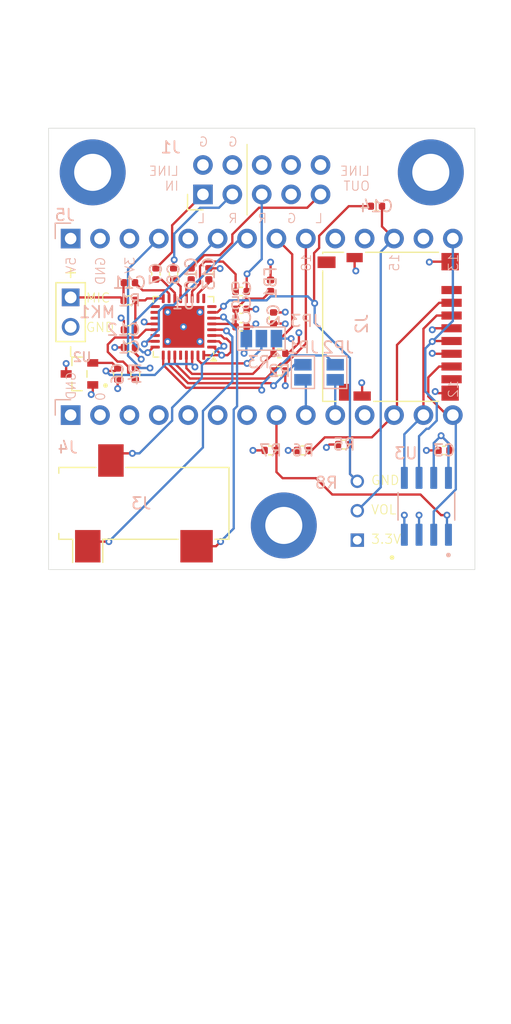
<source format=kicad_pcb>
(kicad_pcb (version 20240108) (generator "pcbnew") (generator_version "8.0")
  (layers (0 "F.Cu" signal) (1 "In1.Cu" signal) (2 "In2.Cu" signal) (31 "B.Cu" signal) (34 "B.Paste" user) (35 "F.Paste" user) (36 "B.SilkS" user "B.Silkscreen") (37 "F.SilkS" user "F.Silkscreen") (38 "B.Mask" user) (39 "F.Mask" user) (44 "Edge.Cuts" user))
  (net 0 "")
  (net 1 "+3.3V")
  (net 2 "GND")
  (net 3 "/VDDD")
  (net 4 "/VDDA")
  (net 5 "/LINEIN_L")
  (net 6 "/LINEIN_R")
  (net 7 "/LINEOUT_R")
  (net 8 "/LINEOUT_L")
  (net 9 "/MIC")
  (net 10 "/MIC_BIAS")
  (net 11 "Net-(U1-VAG)")
  (net 12 "/Pin 15")
  (net 13 "/Pin 10")
  (net 14 "/Pin 13")
  (net 15 "/Pin 12")
  (net 16 "/Pin 11")
  (net 17 "/HP_R")
  (net 18 "/HP_VGND")
  (net 19 "/HP_L")
  (net 20 "/Pin 23")
  (net 21 "/LRCLK")
  (net 22 "/Pin 19")
  (net 23 "/BCLK")
  (net 24 "/Pin 18")
  (net 25 "/Pin 7")
  (net 26 "/Pin 6")
  (net 27 "/Pin 8")
  (net 28 "/TX{slash}Din")
  (net 29 "/RX{slash}Dout")
  (net 30 "/MCLK")
  (net 31 "AGND")
  (net 32 "/ADDR")
  (net 52 "Net-(J1-Pin_1)")
  (net 53 "Net-(J1-Pin_3)")
  (net 54 "Net-(J1-Pin_5)")
  (net 55 "Net-(J1-Pin_9)")
  (net 63 "Net-(C11-Pad2)")
  (footprint "Capacitor_SMD:C_0402_1005Metric" (layer "F.Cu") (at 132.334 71.374 -90)
    (property "Reference" "C6")
    (property "Value" "2.2uF")
  )
  (footprint "MountingHole:MountingHole_3.2mm_M3_ISO7380_Pad" (layer "F.Cu") (at 159.385 53.975)
    (property "Reference" "H2" (hide yes))
    (property "Value" "MountingHole_Pad")
  )
  (footprint "Inductor_SMD:L_0402_1005Metric" (layer "F.Cu") (at 145.542 63.754 -90)
    (property "Reference" "FB1")
    (property "Value" "Ferrite 600")
  )
  (footprint "Connector_Card:microSD_HC_Hirose_DM3D-SF" (layer "F.Cu") (at 155.829 67.31 90)
    (property "Reference" "J2")
    (property "Value" "Micro_SD_Card_Det2")
  )
  (footprint "TOM-3050L-R:MIC_TOM-3050L-R" (layer "F.Cu") (at 128.27 66.04 -90)
    (property "Reference" "MK1")
    (property "Value" "TOM-3050L-R")
  )
  (footprint "3352T-1-253LF:TRIM_3352T-1-253LF" (layer "F.Cu") (at 153.035 85.725 90)
    (property "Reference" "R8")
    (property "Value" "25k")
  )
  (footprint "Capacitor_SMD:C_0402_1005Metric" (layer "F.Cu") (at 138.684 62.738 90)
    (property "Reference" "C10")
    (property "Value" "2.2uF")
  )
  (footprint "AP7313-18SAG-7:SOT95P260X110-3N" (layer "F.Cu") (at 129.032 71.374 180)
    (property "Reference" "U2")
    (property "Value" "~")
  )
  (footprint "Capacitor_SMD:C_0402_1005Metric" (layer "F.Cu") (at 133.35 67.564)
    (property "Reference" "C12")
    (property "Value" "2.2uF")
  )
  (footprint "Resistor_SMD:R_0402_1005Metric" (layer "F.Cu") (at 133.858 71.374 -90)
    (property "Reference" "R4")
    (property "Value" "100")
  )
  (footprint "Capacitor_SMD:C_0402_1005Metric" (layer "F.Cu") (at 135.636 62.738 90)
    (property "Reference" "C7")
    (property "Value" "2.2uF")
  )
  (footprint "MountingHole:MountingHole_3.2mm_M3_ISO7380_Pad" (layer "F.Cu") (at 146.685 84.455)
    (property "Reference" "H3" (hide yes))
    (property "Value" "MountingHole_Pad")
  )
  (footprint "Package_DFN_QFN:QFN-32-1EP_5x5mm_P0.5mm_EP3.6x3.6mm" (layer "F.Cu") (at 138.02 67.31 180)
    (property "Reference" "U1")
    (property "Value" "~")
  )
  (footprint "Connector_Audio:Jack_3.5mm_CUI_SJ-3523-SMT_Horizontal" (layer "F.Cu") (at 133.35 82.55 90)
    (property "Reference" "J3")
    (property "Value" "AudioJack3")
  )
  (footprint "Capacitor_SMD:C_0402_1005Metric" (layer "F.Cu") (at 143.002 67.31)
    (property "Reference" "C4")
    (property "Value" "2.2uF")
  )
  (footprint "MountingHole:MountingHole_3.2mm_M3_ISO7380_Pad" (layer "F.Cu") (at 130.175 53.975)
    (property "Reference" "H1" (hide yes))
    (property "Value" "MountingHole_Pad")
  )
  (footprint "Connector_PinHeader_2.54mm:PinHeader_2x05_P2.54mm_Vertical" (layer "F.Cu") (at 139.7 55.88 90)
    (property "Reference" "J1")
    (property "Value" "Conn_02x05_Odd_Even")
  )
  (footprint "Resistor_SMD:R_0402_1005Metric" (layer "F.Cu") (at 133.35 65.024 180)
    (property "Reference" "R1")
    (property "Value" "2.2k")
  )
  (footprint "Capacitor_SMD:C_0402_1005Metric" (layer "F.Cu") (at 133.35 63.5 180)
    (property "Reference" "C11")
    (property "Value" "0.1uF")
  )
  (footprint "Capacitor_SMD:C_0402_1005Metric" (layer "F.Cu") (at 140.208 62.738 -90)
    (property "Reference" "C13")
    (property "Value" "0.15uF")
  )
  (footprint "Resistor_SMD:R_0402_1005Metric" (layer "F.Cu") (at 146.304 71.12)
    (property "Reference" "R2")
    (property "Value" "2.2k")
  )
  (footprint "Resistor_SMD:R_0402_1005Metric" (layer "F.Cu") (at 151.892 77.47 180)
    (property "Reference" "R5")
    (property "Value" "0")
  )
  (footprint "Resistor_SMD:R_0402_1005Metric" (layer "F.Cu") (at 148.336 77.978)
    (property "Reference" "R6")
    (property "Value" "10k")
  )
  (footprint "Resistor_SMD:R_0402_1005Metric" (layer "F.Cu") (at 146.304 69.596)
    (property "Reference" "R3")
    (property "Value" "2.2k")
  )
  (footprint "Capacitor_SMD:C_0402_1005Metric" (layer "F.Cu") (at 143.002 64.262)
    (property "Reference" "C9")
    (property "Value" "2.2uF")
  )
  (footprint "Capacitor_SMD:C_0402_1005Metric" (layer "F.Cu") (at 133.35 69.088)
    (property "Reference" "C1")
    (property "Value" "2.2uF")
  )
  (footprint "Capacitor_SMD:C_0402_1005Metric" (layer "F.Cu") (at 160.528 77.978 180)
    (property "Reference" "C3")
    (property "Value" "0.1uF")
  )
  (footprint "Capacitor_SMD:C_0402_1005Metric" (layer "F.Cu") (at 154.686 56.896)
    (property "Reference" "C14")
    (property "Value" "0.1uF")
  )
  (footprint "Capacitor_SMD:C_0402_1005Metric" (layer "F.Cu") (at 145.796 66.548 -90)
    (property "Reference" "C2")
    (property "Value" "0.1uF")
  )
  (footprint "Capacitor_SMD:C_0402_1005Metric" (layer "F.Cu") (at 143.002 65.786)
    (property "Reference" "C5")
    (property "Value" "0.1uF")
  )
  (footprint "Resistor_SMD:R_0402_1005Metric" (layer "F.Cu") (at 145.542 77.978)
    (property "Reference" "R7")
    (property "Value" "10k")
  )
  (footprint "Capacitor_SMD:C_0402_1005Metric" (layer "F.Cu") (at 137.16 62.738 90)
    (property "Reference" "C8")
    (property "Value" "2.2uF")
  )
  (footprint "Jumper:SolderJumper-2_P1.3mm_Open_Pad1.0x1.5mm" (layer "B.Cu") (at 148.336 71.232 90)
    (property "Reference" "JP1")
    (property "Value" "SolderJumper_2_Open")
  )
  (footprint "Jumper:SolderJumper-2_P1.3mm_Open_Pad1.0x1.5mm" (layer "B.Cu") (at 151.13 71.232 90)
    (property "Reference" "JP2")
    (property "Value" "SolderJumper_2_Open")
  )
  (footprint "Connector_PinHeader_2.54mm:PinHeader_1x14_P2.54mm_Vertical" (layer "B.Cu") (at 128.27 74.93 -90)
    (property "Reference" "J4")
    (property "Value" "Conn_01x14_Pin")
  )
  (footprint "Connector_PinHeader_2.54mm:PinHeader_1x14_P2.54mm_Vertical" (layer "B.Cu") (at 128.27 59.69 -90)
    (property "Reference" "J5")
    (property "Value" "Conn_01x14_Pin")
  )
  (footprint "Jumper:SolderJumper-3_P1.3mm_Open_Pad1.0x1.5mm" (layer "B.Cu") (at 144.75 68.326 180)
    (property "Reference" "JP3")
    (property "Value" "SolderJumper_3_Open")
  )
  (footprint "23LC1024T-I_SN:SOIC127P600X175-8N" (layer "B.Cu") (at 159.004 82.804 90)
    (property "Reference" "U3")
    (property "Value" "~")
  )
  (gr_line (start 143.51 51.562) (end 143.51 57.658) (stroke (width 0.1)) (layer "F.SilkS"))
  (gr_rect (start 126.365 50.165) (end 163.195 88.265) (stroke (width 0.05)) (fill none) (layer "Edge.Cuts"))
  (gr_text "LINE\nOUT" (at 154.178 55.626 0) (layer "B.SilkS") (effects (font (size 0.8001 0.8001) (thickness 0.08001)) (justify left bottom mirror)))
  (gr_text "13" (at 161.798 60.96 90) (layer "B.SilkS") (effects (font (size 0.8001 0.8001) (thickness 0.08001)) (justify left bottom mirror)))
  (gr_text "L" (at 150.114 58.42 0) (layer "B.SilkS") (effects (font (size 0.8001 0.8001) (thickness 0.08001)) (justify left bottom mirror)))
  (gr_text "12" (at 161.798 71.882 90) (layer "B.SilkS") (effects (font (size 0.8001 0.8001) (thickness 0.08001)) (justify left bottom mirror)))
  (gr_text "R" (at 145.288 58.42 0) (layer "B.SilkS") (effects (font (size 0.8001 0.8001) (thickness 0.08001)) (justify left bottom mirror)))
  (gr_text "R" (at 142.748 58.42 0) (layer "B.SilkS") (effects (font (size 0.8001 0.8001) (thickness 0.08001)) (justify left bottom mirror)))
  (gr_text "L" (at 139.954 58.42 0) (layer "B.SilkS") (effects (font (size 0.8001 0.8001) (thickness 0.08001)) (justify left bottom mirror)))
  (gr_text "GND" (at 131.318 61.214 90) (layer "B.SilkS") (effects (font (size 0.8001 0.8001) (thickness 0.08001)) (justify left bottom mirror)))
  (gr_text "18" (at 149.098 60.96 90) (layer "B.SilkS") (effects (font (size 0.8001 0.8001) (thickness 0.08001)) (justify left bottom mirror)))
  (gr_text "3V" (at 133.858 61.214 90) (layer "B.SilkS") (effects (font (size 0.8001 0.8001) (thickness 0.08001)) (justify left bottom mirror)))
  (gr_text "G" (at 147.828 58.42 0) (layer "B.SilkS") (effects (font (size 0.8001 0.8001) (thickness 0.08001)) (justify left bottom mirror)))
  (gr_text "5V" (at 128.778 61.214 90) (layer "B.SilkS") (effects (font (size 0.8001 0.8001) (thickness 0.08001)) (justify left bottom mirror)))
  (gr_text "15" (at 156.718 60.96 90) (layer "B.SilkS") (effects (font (size 0.8001 0.8001) (thickness 0.08001)) (justify left bottom mirror)))
  (gr_text "LINE\nIN" (at 137.668 55.626 0) (layer "B.SilkS") (effects (font (size 0.8001 0.8001) (thickness 0.08001)) (justify left bottom mirror)))
  (gr_text "G" (at 142.748 51.816 0) (layer "B.SilkS") (effects (font (size 0.8001 0.8001) (thickness 0.08001)) (justify left bottom mirror)))
  (gr_text "GND" (at 128.778 71.12 90) (layer "B.SilkS") (effects (font (size 0.8001 0.8001) (thickness 0.08001)) (justify left bottom mirror)))
  (gr_text "G" (at 140.208 51.816 0) (layer "B.SilkS") (effects (font (size 0.8001 0.8001) (thickness 0.08001)) (justify left bottom mirror)))
  (gr_text "0" (at 131.318 72.898 90) (layer "B.SilkS") (effects (font (size 0.8001 0.8001) (thickness 0.08001)) (justify left bottom mirror)))
  (gr_text "VOL" (at 154.178 83.566 0) (layer "F.SilkS") (effects (font (size 0.8001 0.8001) (thickness 0.08001)) (justify left bottom)))
  (gr_text "3.3V" (at 154.178 86.106 0) (layer "F.SilkS") (effects (font (size 0.8001 0.8001) (thickness 0.08001)) (justify left bottom)))
  (gr_text "GND" (at 154.178 81.026 0) (layer "F.SilkS") (effects (font (size 0.8001 0.8001) (thickness 0.08001)) (justify left bottom)))
  (gr_text "MIC" (at 129.54 65.278 0) (layer "F.SilkS") (effects (font (size 0.8001 0.8001) (thickness 0.08001)) (justify left bottom)))
  (gr_text "GND" (at 129.54 67.818 0) (layer "F.SilkS") (effects (font (size 0.8001 0.8001) (thickness 0.08001)) (justify left bottom)))
  (segment (start 161.008 77.978) (end 161.008 77.442) (width 0.2) (layer "F.Cu") (net 1))
  (segment (start 134.62 66.888527) (end 134.791473 67.06) (width 0.2) (layer "F.Cu") (net 1))
  (segment (start 146.784 66.068) (end 146.812 66.04) (width 0.2) (layer "F.Cu") (net 1))
  (segment (start 147.083999 69.596) (end 147.99 68.689999) (width 0.2) (layer "F.Cu") (net 1))
  (segment (start 132.08 69.088) (end 132.87 69.088) (width 0.2) (layer "F.Cu") (net 1))
  (segment (start 161.008 77.442) (end 160.274 76.708) (width 0.2) (layer "F.Cu") (net 1))
  (segment (start 160.246 76.736) (end 160.274 76.708) (width 0.2) (layer "F.Cu") (net 1))
  (segment (start 130.182 73.018) (end 130.048 73.152) (width 0.2) (layer "F.Cu") (net 1))
  (segment (start 145.032 77.978) (end 144.018 77.978) (width 0.2) (layer "F.Cu") (net 1))
  (segment (start 146.814 72.388) (end 146.814 71.12) (width 0.2) (layer "F.Cu") (net 1))
  (segment (start 134.791473 67.06) (end 135.57 67.06) (width 0.2) (layer "F.Cu") (net 1))
  (segment (start 146.814 69.596) (end 147.083999 69.596) (width 0.2) (layer "F.Cu") (net 1))
  (segment (start 146.812 72.39) (end 146.814 72.388) (width 0.2) (layer "F.Cu") (net 1))
  (segment (start 145.796 66.068) (end 146.784 66.068) (width 0.2) (layer "F.Cu") (net 1))
  (segment (start 147.99 68.689999) (end 147.99 67.818) (width 0.2) (layer "F.Cu") (net 1))
  (segment (start 147.826 77.978) (end 147.066 77.978) (width 0.2) (layer "F.Cu") (net 1))
  (segment (start 145.542 63.269) (end 145.542 61.722) (width 0.2) (layer "F.Cu") (net 1))
  (segment (start 159.641 67.435) (end 159.512 67.564) (width 0.2) (layer "F.Cu") (net 1))
  (segment (start 130.182 72.324) (end 130.182 73.018) (width 0.2) (layer "F.Cu") (net 1))
  (segment (start 161.179 67.435) (end 159.641 67.435) (width 0.2) (layer "F.Cu") (net 1))
  (via (at 132.08 69.088) (size 0.6) (drill 0.3) (layers "F.Cu" "B.Cu") (net 1))
  (via (at 147.066 77.978) (size 0.6) (drill 0.3) (layers "F.Cu" "B.Cu") (net 1))
  (via (at 143.256 69.596) (size 0.6) (drill 0.3) (layers "F.Cu" "B.Cu") (net 1))
  (via (at 144.018 77.978) (size 0.6) (drill 0.3) (layers "F.Cu" "B.Cu") (net 1))
  (via (at 145.542 61.722) (size 0.6) (drill 0.3) (layers "F.Cu" "B.Cu") (net 1))
  (via (at 160.274 76.708) (size 0.6) (drill 0.3) (layers "F.Cu" "B.Cu") (net 1))
  (via (at 130.048 73.152) (size 0.6) (drill 0.3) (layers "F.Cu" "B.Cu") (net 1))
  (via (at 159.512 67.564) (size 0.6) (drill 0.3) (layers "F.Cu" "B.Cu") (net 1))
  (via (at 146.812 66.04) (size 0.6) (drill 0.3) (layers "F.Cu" "B.Cu") (net 1))
  (via (at 146.812 72.39) (size 0.6) (drill 0.3) (layers "F.Cu" "B.Cu") (net 1))
  (via (at 158.369 83.566) (size 0.6) (drill 0.3) (layers "F.Cu" "B.Cu") (net 1))
  (via (at 147.99 67.818) (size 0.6) (drill 0.3) (layers "F.Cu" "B.Cu") (net 1))
  (via (at 134.62 66.888527) (size 0.6) (drill 0.3) (layers "F.Cu" "B.Cu") (net 1))
  (segment (start 143.45 69.402) (end 143.256 69.596) (width 0.2) (layer "B.Cu") (net 1))
  (segment (start 143.45 68.326) (end 143.45 69.402) (width 0.2) (layer "B.Cu") (net 1))
  (segment (start 159.639 80.349) (end 159.639 77.343) (width 0.2) (layer "B.Cu") (net 1))
  (segment (start 159.639 77.343) (end 160.274 76.708) (width 0.2) (layer "B.Cu") (net 1))
  (segment (start 160.909 77.343) (end 160.274 76.708) (width 0.2) (layer "B.Cu") (net 1))
  (segment (start 160.909 80.349) (end 160.909 77.343) (width 0.2) (layer "B.Cu") (net 1))
  (segment (start 158.369 83.566) (end 158.369 85.259) (width 0.2) (layer "B.Cu") (net 1))
  (segment (start 153.454 73.285) (end 153.454 72.174) (width 0.2) (layer "F.Cu") (net 2))
  (segment (start 159.551 69.635) (end 159.512 69.596) (width 0.2) (layer "F.Cu") (net 2))
  (segment (start 141.284206 68.06) (end 141.550206 68.326) (width 0.2) (layer "F.Cu") (net 2))
  (segment (start 140.614 69.06) (end 140.47 69.06) (width 0.2) (layer "F.Cu") (net 2))
  (segment (start 143.482 67.31) (end 144.018 67.31) (width 0.2) (layer "F.Cu") (net 2))
  (segment (start 145.796 67.028) (end 146.784 67.028) (width 0.2) (layer "F.Cu") (net 2))
  (segment (start 140.208 62.258) (end 141.160735 62.258) (width 0.2) (layer "F.Cu") (net 2))
  (segment (start 141.314 69.76) (end 139.77 69.76) (width 0.2) (layer "F.Cu") (net 2))
  (segment (start 161.054 61.685) (end 159.295 61.685) (width 0.2) (layer "F.Cu") (net 2))
  (segment (start 133.83 69.088) (end 133.83 69.568) (width 0.2) (layer "F.Cu") (net 2))
  (segment (start 160.048 77.978) (end 159.004 77.978) (width 0.2) (layer "F.Cu") (net 2))
  (segment (start 140.47 68.06) (end 141.284206 68.06) (width 0.2) (layer "F.Cu") (net 2))
  (segment (start 141.160735 62.258) (end 141.180735 62.278) (width 0.2) (layer "F.Cu") (net 2))
  (segment (start 159.903 73.035) (end 159.766 72.898) (width 0.2) (layer "F.Cu") (net 2))
  (segment (start 152.804 62.38) (end 152.908 62.484) (width 0.2) (layer "F.Cu") (net 2))
  (segment (start 152.804 61.335) (end 152.804 62.38) (width 0.2) (layer "F.Cu") (net 2))
  (segment (start 142.111222 68.705222) (end 142.111222 69.470778) (width 0.2) (layer "F.Cu") (net 2))
  (segment (start 143.482 65.786) (end 144.272 65.786) (width 0.2) (layer "F.Cu") (net 2))
  (segment (start 132.87 67.31) (end 132.87 66.788) (width 0.2) (layer "F.Cu") (net 2))
  (segment (start 151.382 77.47) (end 150.622 77.47) (width 0.2) (layer "F.Cu") (net 2))
  (segment (start 132.87 66.788) (end 132.63 66.548) (width 0.2) (layer "F.Cu") (net 2))
  (segment (start 141.822 69.76) (end 141.314 69.76) (width 0.2) (layer "F.Cu") (net 2))
  (segment (start 150.622 77.47) (end 150.368 77.724) (width 0.2) (layer "F.Cu") (net 2))
  (segment (start 132.334 71.854) (end 132.334 72.644) (width 0.2) (layer "F.Cu") (net 2))
  (segment (start 133.83 69.568) (end 134.366 70.104) (width 0.2) (layer "F.Cu") (net 2))
  (segment (start 142.111222 69.470778) (end 141.822 69.76) (width 0.2) (layer "F.Cu") (net 2))
  (segment (start 133.858 69.596) (end 134.366 70.104) (width 0.2) (layer "F.Cu") (net 2))
  (segment (start 161.054 73.035) (end 159.903 73.035) (width 0.2) (layer "F.Cu") (net 2))
  (segment (start 144.018 67.31) (end 144.272 67.056) (width 0.2) (layer "F.Cu") (net 2))
  (segment (start 161.179 69.635) (end 159.551 69.635) (width 0.2) (layer "F.Cu") (net 2))
  (segment (start 159.295 61.685) (end 159.258 61.722) (width 0.2) (layer "F.Cu") (net 2))
  (segment (start 146.784 67.028) (end 146.812 67.056) (width 0.2) (layer "F.Cu") (net 2))
  (segment (start 127.762 70.358) (end 127.882 70.478) (width 0.2) (layer "F.Cu") (net 2))
  (segment (start 141.732 68.326) (end 142.111222 68.705222) (width 0.2) (layer "F.Cu") (net 2))
  (segment (start 127.882 71.374) (end 127.882 70.478) (width 0.2) (layer "F.Cu") (net 2))
  (segment (start 153.454 72.174) (end 153.416 72.136) (width 0.2) (layer "F.Cu") (net 2))
  (segment (start 141.550206 68.326) (end 141.732 68.326) (width 0.2) (layer "F.Cu") (net 2))
  (segment (start 141.314 69.76) (end 140.614 69.06) (width 0.2) (layer "F.Cu") (net 2))
  (via (at 159.766 72.898) (size 0.6) (drill 0.3) (layers "F.Cu" "B.Cu") (net 2))
  (via (at 159.512 69.596) (size 0.6) (drill 0.3) (layers "F.Cu" "B.Cu") (net 2))
  (via (at 144.272 67.056) (size 0.6) (drill 0.3) (layers "F.Cu" "B.Cu") (net 2))
  (via (at 141.180735 62.278) (size 0.6) (drill 0.3) (layers "F.Cu" "B.Cu") (net 2))
  (via (at 132.334 72.644) (size 0.6) (drill 0.3) (layers "F.Cu" "B.Cu") (net 2))
  (via (at 136.652 68.58) (size 0.6) (drill 0.3) (layers "F.Cu" "B.Cu") (net 2))
  (via (at 134.366 70.104) (size 0.6) (drill 0.3) (layers "F.Cu" "B.Cu") (net 2))
  (via (at 139.446 66.04) (size 0.6) (drill 0.3) (layers "F.Cu" "B.Cu") (net 2))
  (via (at 150.368 77.724) (size 0.6) (drill 0.3) (layers "F.Cu" "B.Cu") (net 2))
  (via (at 159.258 61.722) (size 0.6) (drill 0.3) (layers "F.Cu" "B.Cu") (net 2))
  (via (at 127.882 70.478) (size 0.6) (drill 0.3) (layers "F.Cu" "B.Cu") (net 2))
  (via (at 132.63 66.548) (size 0.6) (drill 0.3) (layers "F.Cu" "B.Cu") (net 2))
  (via (at 141.314 69.76) (size 0.6) (drill 0.3) (layers "F.Cu" "B.Cu") (net 2))
  (via (at 144.272 65.786) (size 0.6) (drill 0.3) (layers "F.Cu" "B.Cu") (net 2))
  (via (at 146.812 67.056) (size 0.6) (drill 0.3) (layers "F.Cu" "B.Cu") (net 2))
  (via (at 152.908 62.484) (size 0.6) (drill 0.3) (layers "F.Cu" "B.Cu") (net 2))
  (via (at 139.446 68.58) (size 0.6) (drill 0.3) (layers "F.Cu" "B.Cu") (net 2))
  (via (at 159.004 77.978) (size 0.6) (drill 0.3) (layers "F.Cu" "B.Cu") (net 2))
  (via (at 147.32 68.326) (size 0.6) (drill 0.3) (layers "F.Cu" "B.Cu") (net 2))
  (via (at 136.652 66.04) (size 0.6) (drill 0.3) (layers "F.Cu" "B.Cu") (net 2))
  (via (at 138.02 67.31) (size 0.6) (drill 0.3) (layers "F.Cu" "B.Cu") (net 2))
  (via (at 157.099 83.566) (size 0.6) (drill 0.3) (layers "F.Cu" "B.Cu") (net 2))
  (via (at 153.416 72.136) (size 0.6) (drill 0.3) (layers "F.Cu" "B.Cu") (net 2))
  (segment (start 157.099 83.566) (end 157.099 85.259) (width 0.2) (layer "B.Cu") (net 2))
  (segment (start 146.05 68.326) (end 147.32 68.326) (width 0.2) (layer "B.Cu") (net 2))
  (segment (start 130.182 70.424) (end 131.864 70.424) (width 0.2) (layer "F.Cu") (net 3))
  (segment (start 131.864 70.424) (end 132.334 70.894) (width 0.2) (layer "F.Cu") (net 3))
  (segment (start 138.77 70.533892) (end 139.010108 70.774) (width 0.2) (layer "F.Cu") (net 3))
  (segment (start 138.77 69.76) (end 138.77 70.533892) (width 0.2) (layer "F.Cu") (net 3))
  (segment (start 131.318 71.12) (end 132.108 71.12) (width 0.2) (layer "F.Cu") (net 3))
  (segment (start 132.108 71.12) (end 132.334 70.894) (width 0.2) (layer "F.Cu") (net 3))
  (via (at 139.010108 70.774) (size 0.6) (drill 0.3) (layers "F.Cu" "B.Cu") (net 3))
  (via (at 131.318 71.12) (size 0.6) (drill 0.3) (layers "F.Cu" "B.Cu") (net 3))
  (segment (start 138.756108 70.52) (end 139.010108 70.774) (width 0.2) (layer "B.Cu") (net 3))
  (segment (start 136.49 70.52) (end 138.756108 70.52) (width 0.2) (layer "B.Cu") (net 3))
  (segment (start 131.664 71.466) (end 135.544 71.466) (width 0.2) (layer "B.Cu") (net 3))
  (segment (start 131.318 71.12) (end 131.664 71.466) (width 0.2) (layer "B.Cu") (net 3))
  (segment (start 135.544 71.466) (end 136.49 70.52) (width 0.2) (layer "B.Cu") (net 3))
  (segment (start 144.909 64.872) (end 145.542 64.239) (width 0.2) (layer "F.Cu") (net 4))
  (segment (start 142.545866 65.786) (end 143.459866 64.872) (width 0.2) (layer "F.Cu") (net 4))
  (segment (start 143.459866 64.872) (end 144.909 64.872) (width 0.2) (layer "F.Cu") (net 4))
  (segment (start 142.522 67.31) (end 142.522 65.786) (width 0.2) (layer "F.Cu") (net 4))
  (segment (start 142.522 65.786) (end 142.545866 65.786) (width 0.2) (layer "F.Cu") (net 4))
  (segment (start 140.47 67.06) (end 142.272 67.06) (width 0.2) (layer "F.Cu") (net 4))
  (segment (start 142.272 67.06) (end 142.522 67.31) (width 0.2) (layer "F.Cu") (net 4))
  (segment (start 137.27 64.86) (end 137.27 64.379928) (width 0.2) (layer "F.Cu") (net 5))
  (segment (start 137.27 64.379928) (end 136.108072 63.218) (width 0.2) (layer "F.Cu") (net 5))
  (segment (start 136.108072 63.218) (end 135.636 63.218) (width 0.2) (layer "F.Cu") (net 5))
  (segment (start 137.77 64.86) (end 137.77 63.828) (width 0.2) (layer "F.Cu") (net 6))
  (segment (start 137.77 63.828) (end 137.16 63.218) (width 0.2) (layer "F.Cu") (net 6))
  (segment (start 138.77 64.86) (end 138.77 64.245614) (width 0.2) (layer "F.Cu") (net 7))
  (segment (start 139.446 62.083866) (end 139.851866 61.678) (width 0.2) (layer "F.Cu") (net 7))
  (segment (start 138.77 64.245614) (end 139.446 63.569614) (width 0.2) (layer "F.Cu") (net 7))
  (segment (start 139.851866 61.678) (end 141.434 61.678) (width 0.2) (layer "F.Cu") (net 7))
  (segment (start 139.446 63.569614) (end 139.446 62.083866) (width 0.2) (layer "F.Cu") (net 7))
  (segment (start 142.522 62.766) (end 142.522 64.262) (width 0.2) (layer "F.Cu") (net 7))
  (segment (start 141.434 61.678) (end 142.522 62.766) (width 0.2) (layer "F.Cu") (net 7))
  (segment (start 138.27 63.632) (end 138.684 63.218) (width 0.2) (layer "F.Cu") (net 8))
  (segment (start 138.27 64.86) (end 138.27 63.632) (width 0.2) (layer "F.Cu") (net 8))
  (segment (start 134.49 64.16) (end 136.484386 64.16) (width 0.2) (layer "F.Cu") (net 9))
  (segment (start 133.83 63.5) (end 134.49 64.16) (width 0.2) (layer "F.Cu") (net 9))
  (segment (start 136.77 64.86) (end 136.77 64.445614) (width 0.2) (layer "F.Cu") (net 9))
  (segment (start 136.77 64.445614) (end 136.484386 64.16) (width 0.2) (layer "F.Cu") (net 9))
  (segment (start 133.83 67.31) (end 133.86 67.28) (width 0.2) (layer "F.Cu") (net 10))
  (segment (start 136.27 64.86) (end 134.874 64.86) (width 0.2) (layer "F.Cu") (net 10))
  (segment (start 133.86 67.28) (end 133.86 65.024) (width 0.2) (layer "F.Cu") (net 10))
  (segment (start 134.71 65.024) (end 133.86 65.024) (width 0.2) (layer "F.Cu") (net 10))
  (segment (start 134.874 64.86) (end 134.71 65.024) (width 0.2) (layer "F.Cu") (net 10))
  (segment (start 140.208 63.507614) (end 140.208 63.218) (width 0.2) (layer "F.Cu") (net 11))
  (segment (start 139.27 64.86) (end 139.27 64.445614) (width 0.2) (layer "F.Cu") (net 11))
  (segment (start 139.27 64.445614) (end 140.208 63.507614) (width 0.2) (layer "F.Cu") (net 11))
  (segment (start 155.166 56.896) (end 155.166 58.646) (width 0.2) (layer "F.Cu") (net 12))
  (segment (start 155.166 58.646) (end 156.21 59.69) (width 0.2) (layer "F.Cu") (net 12))
  (segment (start 155.06 81.16) (end 155.06 60.84) (width 0.2) (layer "B.Cu") (net 12))
  (segment (start 153.035 83.185) (end 155.06 81.16) (width 0.2) (layer "B.Cu") (net 12))
  (segment (start 155.06 60.84) (end 156.21 59.69) (width 0.2) (layer "B.Cu") (net 12))
  (segment (start 156.464 68.875) (end 156.464 74.676) (width 0.2) (layer "F.Cu") (net 13))
  (segment (start 156.464 74.676) (end 156.21 74.93) (width 0.2) (layer "F.Cu") (net 13))
  (segment (start 156.21 74.93) (end 154.29 76.85) (width 0.2) (layer "F.Cu") (net 13))
  (segment (start 160.104 65.235) (end 156.464 68.875) (width 0.2) (layer "F.Cu") (net 13))
  (segment (start 154.29 76.85) (end 150.226 76.85) (width 0.2) (layer "F.Cu") (net 13))
  (segment (start 150.226 76.85) (end 150.114 76.962) (width 0.2) (layer "F.Cu") (net 13))
  (segment (start 161.179 65.235) (end 160.104 65.235) (width 0.2) (layer "F.Cu") (net 13))
  (segment (start 150.114 76.964) (end 148.846 78.232) (width 0.2) (layer "F.Cu") (net 13))
  (segment (start 150.114 76.962) (end 150.114 76.964) (width 0.2) (layer "F.Cu") (net 13))
  (segment (start 159.557 68.535) (end 159.512 68.58) (width 0.2) (layer "F.Cu") (net 14))
  (segment (start 161.179 68.535) (end 159.557 68.535) (width 0.2) (layer "F.Cu") (net 14))
  (via (at 159.512 68.58) (size 0.6) (drill 0.3) (layers "F.Cu" "B.Cu") (net 14))
  (segment (start 159.9 75.406346) (end 159.198346 76.108) (width 0.2) (layer "B.Cu") (net 14))
  (segment (start 159.198346 76.108) (end 159.009471 76.108) (width 0.2) (layer "B.Cu") (net 14))
  (segment (start 158.912 72.892529) (end 159.9 73.880529) (width 0.2) (layer "B.Cu") (net 14))
  (segment (start 159.512 68.58) (end 158.912 69.18) (width 0.2) (layer "B.Cu") (net 14))
  (segment (start 159.009471 76.108) (end 158.369 76.748471) (width 0.2) (layer "B.Cu") (net 14))
  (segment (start 158.369 76.748471) (end 158.369 80.349) (width 0.2) (layer "B.Cu") (net 14))
  (segment (start 159.9 73.880529) (end 159.9 75.406346) (width 0.2) (layer "B.Cu") (net 14))
  (segment (start 158.912 69.18) (end 158.912 72.892529) (width 0.2) (layer "B.Cu") (net 14))
  (segment (start 159.512 68.58) (end 161.29 66.802) (width 0.2) (layer "B.Cu") (net 14))
  (segment (start 161.29 66.802) (end 161.29 59.69) (width 0.2) (layer "B.Cu") (net 14))
  (segment (start 160.104 70.735) (end 159.166 71.673) (width 0.2) (layer "F.Cu") (net 15))
  (segment (start 161.179 70.735) (end 160.104 70.735) (width 0.2) (layer "F.Cu") (net 15))
  (segment (start 159.166 71.673) (end 159.166 73.314) (width 0.2) (layer "F.Cu") (net 15))
  (segment (start 159.166 73.314) (end 160.782 74.93) (width 0.2) (layer "F.Cu") (net 15))
  (segment (start 160.782 74.93) (end 161.29 74.93) (width 0.2) (layer "F.Cu") (net 15))
  (segment (start 161.544 81.34641) (end 161.544 75.184) (width 0.2) (layer "B.Cu") (net 15))
  (segment (start 161.544 75.184) (end 161.29 74.93) (width 0.2) (layer "B.Cu") (net 15))
  (segment (start 159.639 85.259) (end 159.639 83.25141) (width 0.2) (layer "B.Cu") (net 15))
  (segment (start 159.639 83.25141) (end 161.544 81.34641) (width 0.2) (layer "B.Cu") (net 15))
  (segment (start 159.892471 66.335) (end 158.75 67.477471) (width 0.2) (layer "F.Cu") (net 16))
  (segment (start 158.75 67.477471) (end 158.75 74.93) (width 0.2) (layer "F.Cu") (net 16))
  (segment (start 161.179 66.335) (end 159.892471 66.335) (width 0.2) (layer "F.Cu") (net 16))
  (segment (start 157.099 76.581) (end 158.75 74.93) (width 0.2) (layer "B.Cu") (net 16))
  (segment (start 157.099 80.349) (end 157.099 78.105) (width 0.2) (layer "B.Cu") (net 16))
  (segment (start 157.099 78.105) (end 157.099 76.581) (width 0.2) (layer "B.Cu") (net 16))
  (segment (start 132.368 78.232) (end 131.75 78.85) (width 0.2) (layer "F.Cu") (net 17))
  (segment (start 141.511222 68.984688) (end 141.086534 68.56) (width 0.2) (layer "F.Cu") (net 17))
  (segment (start 141.086534 68.56) (end 140.47 68.56) (width 0.2) (layer "F.Cu") (net 17))
  (segment (start 133.604 78.232) (end 132.368 78.232) (width 0.2) (layer "F.Cu") (net 17))
  (via (at 141.511222 68.984688) (size 0.6) (drill 0.3) (layers "F.Cu" "B.Cu") (net 17))
  (via (at 133.604 78.232) (size 0.6) (drill 0.3) (layers "F.Cu" "B.Cu") (net 17))
  (segment (start 137.04 74.288) (end 137.04 75.406346) (width 0.2) (layer "B.Cu") (net 17))
  (segment (start 139.610108 70.615363) (end 139.610108 71.717892) (width 0.2) (layer "B.Cu") (net 17))
  (segment (start 141.33591 69.16) (end 141.065471 69.16) (width 0.2) (layer "B.Cu") (net 17))
  (segment (start 141.065471 69.16) (end 139.610108 70.615363) (width 0.2) (layer "B.Cu") (net 17))
  (segment (start 134.214346 78.232) (end 133.604 78.232) (width 0.2) (layer "B.Cu") (net 17))
  (segment (start 139.610108 71.717892) (end 137.04 74.288) (width 0.2) (layer "B.Cu") (net 17))
  (segment (start 137.04 75.406346) (end 134.214346 78.232) (width 0.2) (layer "B.Cu") (net 17))
  (segment (start 141.511222 68.984688) (end 141.33591 69.16) (width 0.2) (layer "B.Cu") (net 17))
  (segment (start 131.572 85.852) (end 130.148 85.852) (width 0.2) (layer "F.Cu") (net 18))
  (segment (start 141.732735 67.66) (end 141.632735 67.56) (width 0.2) (layer "F.Cu") (net 18))
  (segment (start 141.632735 67.56) (end 140.47 67.56) (width 0.2) (layer "F.Cu") (net 18))
  (segment (start 130.148 85.852) (end 129.75 86.25) (width 0.2) (layer "F.Cu") (net 18))
  (via (at 141.732735 67.66) (size 0.6) (drill 0.3) (layers "F.Cu" "B.Cu") (net 18))
  (via (at 131.572 85.852) (size 0.6) (drill 0.3) (layers "F.Cu" "B.Cu") (net 18))
  (segment (start 139.7 77.724) (end 139.7 74.573654) (width 0.2) (layer "B.Cu") (net 18))
  (segment (start 142.24 72.033654) (end 142.24 68.167265) (width 0.2) (layer "B.Cu") (net 18))
  (segment (start 131.572 85.852) (end 139.7 77.724) (width 0.2) (layer "B.Cu") (net 18))
  (segment (start 142.24 68.167265) (end 141.732735 67.66) (width 0.2) (layer "B.Cu") (net 18))
  (segment (start 141.732735 67.66) (end 141.732735 67.860282) (width 0.2) (layer "B.Cu") (net 18))
  (segment (start 139.7 74.573654) (end 142.24 72.033654) (width 0.2) (layer "B.Cu") (net 18))
  (segment (start 140.47 66.56) (end 141.378 66.56) (width 0.2) (layer "F.Cu") (net 19))
  (segment (start 140.826 86.25) (end 139.15 86.25) (width 0.2) (layer "F.Cu") (net 19))
  (segment (start 141.224 85.852) (end 140.826 86.25) (width 0.2) (layer "F.Cu") (net 19))
  (segment (start 141.378 66.56) (end 141.478 66.46) (width 0.2) (layer "F.Cu") (net 19))
  (via (at 141.478 66.46) (size 0.6) (drill 0.3) (layers "F.Cu" "B.Cu") (net 19))
  (via (at 141.224 85.852) (size 0.6) (drill 0.3) (layers "F.Cu" "B.Cu") (net 19))
  (segment (start 142.65 74.163654) (end 142.36 74.453654) (width 0.2) (layer "B.Cu") (net 19))
  (segment (start 141.478 66.46) (end 142.65 67.632) (width 0.2) (layer "B.Cu") (net 19))
  (segment (start 142.36 74.453654) (end 142.36 84.716) (width 0.2) (layer "B.Cu") (net 19))
  (segment (start 142.36 84.716) (end 141.224 85.852) (width 0.2) (layer "B.Cu") (net 19))
  (segment (start 142.65 67.632) (end 142.65 74.163654) (width 0.2) (layer "B.Cu") (net 19))
  (segment (start 135.128 70.866) (end 135.126 70.864) (width 0.2) (layer "F.Cu") (net 20))
  (segment (start 135.126 70.864) (end 133.858 70.864) (width 0.2) (layer "F.Cu") (net 20))
  (via (at 135.128 70.866) (size 0.6) (drill 0.3) (layers "F.Cu" "B.Cu") (net 20))
  (segment (start 134.279471 70.866) (end 133.23 69.816529) (width 0.2) (layer "B.Cu") (net 20))
  (segment (start 133.23 69.816529) (end 133.23 62.35) (width 0.2) (layer "B.Cu") (net 20))
  (segment (start 135.128 70.866) (end 134.279471 70.866) (width 0.2) (layer "B.Cu") (net 20))
  (segment (start 133.23 62.35) (end 135.89 59.69) (width 0.2) (layer "B.Cu") (net 20))
  (segment (start 134.878175 68.56) (end 135.57 68.56) (width 0.2) (layer "F.Cu") (net 21))
  (segment (start 134.647801 68.790374) (end 134.878175 68.56) (width 0.2) (layer "F.Cu") (net 21))
  (via (at 134.647801 68.790374) (size 0.6) (drill 0.3) (layers "F.Cu" "B.Cu") (net 21))
  (segment (start 142.920206 59.69) (end 143.51 59.69) (width 0.2) (layer "B.Cu") (net 21))
  (segment (start 136.403471 65.44) (end 137.170206 65.44) (width 0.2) (layer "B.Cu") (net 21))
  (segment (start 137.170206 65.44) (end 142.920206 59.69) (width 0.2) (layer "B.Cu") (net 21))
  (segment (start 135.89 67.548175) (end 135.89 65.953471) (width 0.2) (layer "B.Cu") (net 21))
  (segment (start 134.647801 68.790374) (end 135.89 67.548175) (width 0.2) (layer "B.Cu") (net 21))
  (segment (start 135.89 65.953471) (end 136.403471 65.44) (width 0.2) (layer "B.Cu") (net 21))
  (segment (start 147.412 61.052) (end 146.05 59.69) (width 0.2) (layer "F.Cu") (net 22))
  (segment (start 138.27 69.76) (end 138.27 70.882421) (width 0.2) (layer "F.Cu") (net 22))
  (segment (start 145.794 69.596) (end 145.794 68.922529) (width 0.2) (layer "F.Cu") (net 22))
  (segment (start 147.412 67.304529) (end 147.412 61.052) (width 0.2) (layer "F.Cu") (net 22))
  (segment (start 138.27 70.882421) (end 138.761579 71.374) (width 0.2) (layer "F.Cu") (net 22))
  (segment (start 145.794 68.922529) (end 147.412 67.304529) (width 0.2) (layer "F.Cu") (net 22))
  (segment (start 144.016 71.374) (end 145.794 69.596) (width 0.2) (layer "F.Cu") (net 22))
  (segment (start 138.761579 71.374) (end 144.016 71.374) (width 0.2) (layer "F.Cu") (net 22))
  (segment (start 134.931687 69.538313) (end 135.41 69.06) (width 0.2) (layer "F.Cu") (net 23))
  (segment (start 135.41 69.06) (end 135.57 69.06) (width 0.2) (layer "F.Cu") (net 23))
  (via (at 134.931687 69.538313) (size 0.6) (drill 0.3) (layers "F.Cu" "B.Cu") (net 23))
  (segment (start 134.897374 69.504) (end 134.50578 69.504) (width 0.2) (layer "B.Cu") (net 23))
  (segment (start 134.931687 69.538313) (end 134.897374 69.504) (width 0.2) (layer "B.Cu") (net 23))
  (segment (start 133.63 68.62822) (end 133.63 67.03) (width 0.2) (layer "B.Cu") (net 23))
  (segment (start 133.63 67.03) (end 140.97 59.69) (width 0.2) (layer "B.Cu") (net 23))
  (segment (start 134.50578 69.504) (end 133.63 68.62822) (width 0.2) (layer "B.Cu") (net 23))
  (segment (start 145.14 71.774) (end 138.576 71.774) (width 0.2) (layer "F.Cu") (net 24))
  (segment (start 146.848924 70.5) (end 148.59 68.758924) (width 0.2) (layer "F.Cu") (net 24))
  (segment (start 146.414 70.5) (end 146.848924 70.5) (width 0.2) (layer "F.Cu") (net 24))
  (segment (start 137.27 70.468) (end 137.27 69.76) (width 0.2) (layer "F.Cu") (net 24))
  (segment (start 138.576 71.774) (end 137.27 70.468) (width 0.2) (layer "F.Cu") (net 24))
  (segment (start 148.59 68.758924) (end 148.59 59.69) (width 0.2) (layer "F.Cu") (net 24))
  (segment (start 145.794 71.12) (end 146.414 70.5) (width 0.2) (layer "F.Cu") (net 24))
  (segment (start 145.794 71.12) (end 145.14 71.774) (width 0.2) (layer "F.Cu") (net 24))
  (segment (start 148.59 74.93) (end 148.59 72.136) (width 0.2) (layer "B.Cu") (net 25))
  (segment (start 148.59 72.136) (end 148.336 71.882) (width 0.2) (layer "B.Cu") (net 25))
  (segment (start 158.496 81.788) (end 160.274 83.566) (width 0.2) (layer "F.Cu") (net 26))
  (segment (start 146.052 79.844529) (end 146.052 78.232) (width 0.2) (layer "F.Cu") (net 26))
  (segment (start 158.496 81.788) (end 150.876 81.788) (width 0.2) (layer "F.Cu") (net 26))
  (segment (start 146.052 74.932) (end 146.05 74.93) (width 0.2) (layer "F.Cu") (net 26))
  (segment (start 146.052 78.232) (end 146.052 74.932) (width 0.2) (layer "F.Cu") (net 26))
  (segment (start 146.583471 80.376) (end 146.052 79.844529) (width 0.2) (layer "F.Cu") (net 26))
  (segment (start 160.274 83.566) (end 160.782 83.566) (width 0.2) (layer "F.Cu") (net 26))
  (segment (start 149.464 80.376) (end 146.583471 80.376) (width 0.2) (layer "F.Cu") (net 26))
  (segment (start 150.876 81.788) (end 149.464 80.376) (width 0.2) (layer "F.Cu") (net 26))
  (via (at 160.782 83.566) (size 0.6) (drill 0.3) (layers "F.Cu" "B.Cu") (net 26))
  (segment (start 160.782 85.132) (end 160.909 85.259) (width 0.2) (layer "B.Cu") (net 26))
  (segment (start 160.782 83.566) (end 160.782 85.132) (width 0.2) (layer "B.Cu") (net 26))
  (segment (start 151.13 74.93) (end 151.13 71.882) (width 0.2) (layer "B.Cu") (net 27))
  (segment (start 145.796 72.39) (end 145.58 72.174) (width 0.2) (layer "F.Cu") (net 28))
  (segment (start 136.77 70.533686) (end 136.77 69.76) (width 0.2) (layer "F.Cu") (net 28))
  (segment (start 145.58 72.174) (end 138.410314 72.174) (width 0.2) (layer "F.Cu") (net 28))
  (segment (start 138.410314 72.174) (end 136.77 70.533686) (width 0.2) (layer "F.Cu") (net 28))
  (via (at 145.796 72.39) (size 0.6) (drill 0.3) (layers "F.Cu" "B.Cu") (net 28))
  (segment (start 147.604 70.582) (end 148.336 70.582) (width 0.2) (layer "B.Cu") (net 28))
  (segment (start 145.796 72.39) (end 147.604 70.582) (width 0.2) (layer "B.Cu") (net 28))
  (segment (start 144.78 72.774) (end 144.58 72.574) (width 0.2) (layer "F.Cu") (net 29))
  (segment (start 144.58 72.574) (end 138.244628 72.574) (width 0.2) (layer "F.Cu") (net 29))
  (segment (start 136.27 70.599372) (end 136.27 69.76) (width 0.2) (layer "F.Cu") (net 29))
  (segment (start 138.244628 72.574) (end 136.27 70.599372) (width 0.2) (layer "F.Cu") (net 29))
  (via (at 144.78 72.774) (size 0.6) (drill 0.3) (layers "F.Cu" "B.Cu") (net 29))
  (segment (start 147.286 69.782) (end 150.33 69.782) (width 0.2) (layer "B.Cu") (net 29))
  (segment (start 144.78 72.288) (end 147.286 69.782) (width 0.2) (layer "B.Cu") (net 29))
  (segment (start 150.33 69.782) (end 151.13 70.582) (width 0.2) (layer "B.Cu") (net 29))
  (segment (start 144.78 72.774) (end 144.78 72.288) (width 0.2) (layer "B.Cu") (net 29))
  (segment (start 132.085471 68.234) (end 131.48 68.839471) (width 0.2) (layer "F.Cu") (net 30))
  (segment (start 133.238 70.754) (end 133.238 71.264) (width 0.2) (layer "F.Cu") (net 30))
  (segment (start 134.096134 68.234) (end 132.085471 68.234) (width 0.2) (layer "F.Cu") (net 30))
  (segment (start 132.798 70.314) (end 133.238 70.754) (width 0.2) (layer "F.Cu") (net 30))
  (segment (start 132.319685 70.314) (end 132.798 70.314) (width 0.2) (layer "F.Cu") (net 30))
  (segment (start 134.770134 67.56) (end 134.096134 68.234) (width 0.2) (layer "F.Cu") (net 30))
  (segment (start 135.57 67.56) (end 134.770134 67.56) (width 0.2) (layer "F.Cu") (net 30))
  (segment (start 131.48 68.839471) (end 131.48 69.474315) (width 0.2) (layer "F.Cu") (net 30))
  (segment (start 133.238 71.264) (end 133.858 71.884) (width 0.2) (layer "F.Cu") (net 30))
  (segment (start 131.48 69.474315) (end 132.319685 70.314) (width 0.2) (layer "F.Cu") (net 30))
  (segment (start 152.402 80.012) (end 153.035 80.645) (width 0.2) (layer "F.Cu") (net 31))
  (segment (start 149.74 60.499) (end 149.304 60.935) (width 0.2) (layer "F.Cu") (net 31))
  (segment (start 154.206 56.896) (end 152.297654 56.896) (width 0.2) (layer "F.Cu") (net 31))
  (segment (start 149.304 65.23) (end 149.352 65.278) (width 0.2) (layer "F.Cu") (net 31))
  (segment (start 140.47 66.06) (end 140.95 66.06) (width 0.2) (layer "F.Cu") (net 31))
  (segment (start 152.297654 56.896) (end 149.74 59.453654) (width 0.2) (layer "F.Cu") (net 31))
  (segment (start 152.402 77.47) (end 152.402 80.012) (width 0.2) (layer "F.Cu") (net 31))
  (segment (start 149.304 60.935) (end 149.304 65.23) (width 0.2) (layer "F.Cu") (net 31))
  (segment (start 149.74 59.453654) (end 149.74 60.499) (width 0.2) (layer "F.Cu") (net 31))
  (segment (start 140.95 66.06) (end 141.478 65.532) (width 0.2) (layer "F.Cu") (net 31))
  (via (at 149.352 65.278) (size 0.6) (drill 0.3) (layers "F.Cu" "B.Cu") (net 31))
  (via (at 141.478 65.532) (size 0.6) (drill 0.3) (layers "F.Cu" "B.Cu") (net 31))
  (segment (start 152.4 70.002) (end 152.4 80.01) (width 0.2) (layer "B.Cu") (net 31))
  (segment (start 141.478 65.532) (end 141.986 65.024) (width 0.2) (layer "B.Cu") (net 31))
  (segment (start 145.201471 65.024) (end 145.547471 64.678) (width 0.2) (layer "B.Cu") (net 31))
  (segment (start 141.986 65.024) (end 145.201471 65.024) (width 0.2) (layer "B.Cu") (net 31))
  (segment (start 145.547471 64.678) (end 148.752 64.678) (width 0.2) (layer "B.Cu") (net 31))
  (segment (start 149.352 65.278) (end 149.352 66.954) (width 0.2) (layer "B.Cu") (net 31))
  (segment (start 149.352 66.954) (end 152.4 70.002) (width 0.2) (layer "B.Cu") (net 31))
  (segment (start 152.4 80.01) (end 153.035 80.645) (width 0.2) (layer "B.Cu") (net 31))
  (segment (start 148.752 64.678) (end 149.352 65.278) (width 0.2) (layer "B.Cu") (net 31))
  (segment (start 139.561614 70.466) (end 139.27 70.174386) (width 0.2) (layer "F.Cu") (net 32))
  (segment (start 143.51 70.466) (end 139.561614 70.466) (width 0.2) (layer "F.Cu") (net 32))
  (segment (start 139.27 70.174386) (end 139.27 69.76) (width 0.2) (layer "F.Cu") (net 32))
  (via (at 143.51 70.466) (size 0.6) (drill 0.3) (layers "F.Cu" "B.Cu") (net 32))
  (segment (start 144.75 69.226) (end 144.75 68.326) (width 0.2) (layer "B.Cu") (net 32))
  (segment (start 143.51 70.466) (end 144.75 69.226) (width 0.2) (layer "B.Cu") (net 32))
  (segment (start 137.04 60.854) (end 137.04 58.54) (width 0.2) (layer "F.Cu") (net 52))
  (segment (start 137.04 58.54) (end 139.7 55.88) (width 0.2) (layer "F.Cu") (net 52))
  (segment (start 135.636 62.258) (end 137.04 60.854) (width 0.2) (layer "F.Cu") (net 52))
  (segment (start 137.16 61.58253) (end 137.217265 61.525265) (width 0.2) (layer "F.Cu") (net 53))
  (segment (start 137.16 62.258) (end 137.16 61.58253) (width 0.2) (layer "F.Cu") (net 53))
  (via (at 137.217265 61.525265) (size 0.6) (drill 0.3) (layers "F.Cu" "B.Cu") (net 53))
  (segment (start 137.217265 59.276389) (end 139.463654 57.03) (width 0.2) (layer "B.Cu") (net 53))
  (segment (start 137.217265 61.525265) (end 137.217265 59.276389) (width 0.2) (layer "B.Cu") (net 53))
  (segment (start 139.463654 57.03) (end 141.09 57.03) (width 0.2) (layer "B.Cu") (net 53))
  (segment (start 141.09 57.03) (end 142.24 55.88) (width 0.2) (layer "B.Cu") (net 53))
  (segment (start 143.51 62.738) (end 143.482 62.766) (width 0.2) (layer "F.Cu") (net 54))
  (segment (start 143.482 62.766) (end 143.482 64.262) (width 0.2) (layer "F.Cu") (net 54))
  (via (at 143.51 62.738) (size 0.6) (drill 0.3) (layers "F.Cu" "B.Cu") (net 54))
  (segment (start 143.51 62.738) (end 144.78 61.468) (width 0.2) (layer "B.Cu") (net 54))
  (segment (start 144.78 61.468) (end 144.78 55.88) (width 0.2) (layer "B.Cu") (net 54))
  (segment (start 141.164346 61.122) (end 142.24 60.046346) (width 0.2) (layer "F.Cu") (net 55))
  (segment (start 148.71 57.03) (end 149.86 55.88) (width 0.2) (layer "F.Cu") (net 55))
  (segment (start 142.24 60.046346) (end 142.24 59.333654) (width 0.2) (layer "F.Cu") (net 55))
  (segment (start 144.543654 57.03) (end 148.71 57.03) (width 0.2) (layer "F.Cu") (net 55))
  (segment (start 139.82 61.122) (end 141.164346 61.122) (width 0.2) (layer "F.Cu") (net 55))
  (segment (start 142.24 59.333654) (end 144.543654 57.03) (width 0.2) (layer "F.Cu") (net 55))
  (segment (start 138.684 62.258) (end 139.82 61.122) (width 0.2) (layer "F.Cu") (net 55))
  (segment (start 132.586 64.77) (end 132.84 65.024) (width 0.2) (layer "F.Cu") (net 63))
  (segment (start 128.27 64.77) (end 132.586 64.77) (width 0.2) (layer "F.Cu") (net 63))
  (segment (start 132.84 65.024) (end 132.84 63.53) (width 0.2) (layer "F.Cu") (net 63))
  (segment (start 132.84 65.024) (end 132.84 65.034) (width 0.2) (layer "F.Cu") (net 63))
  (segment (start 132.84 63.53) (end 132.87 63.5) (width 0.2) (layer "F.Cu") (net 63))
)
</source>
